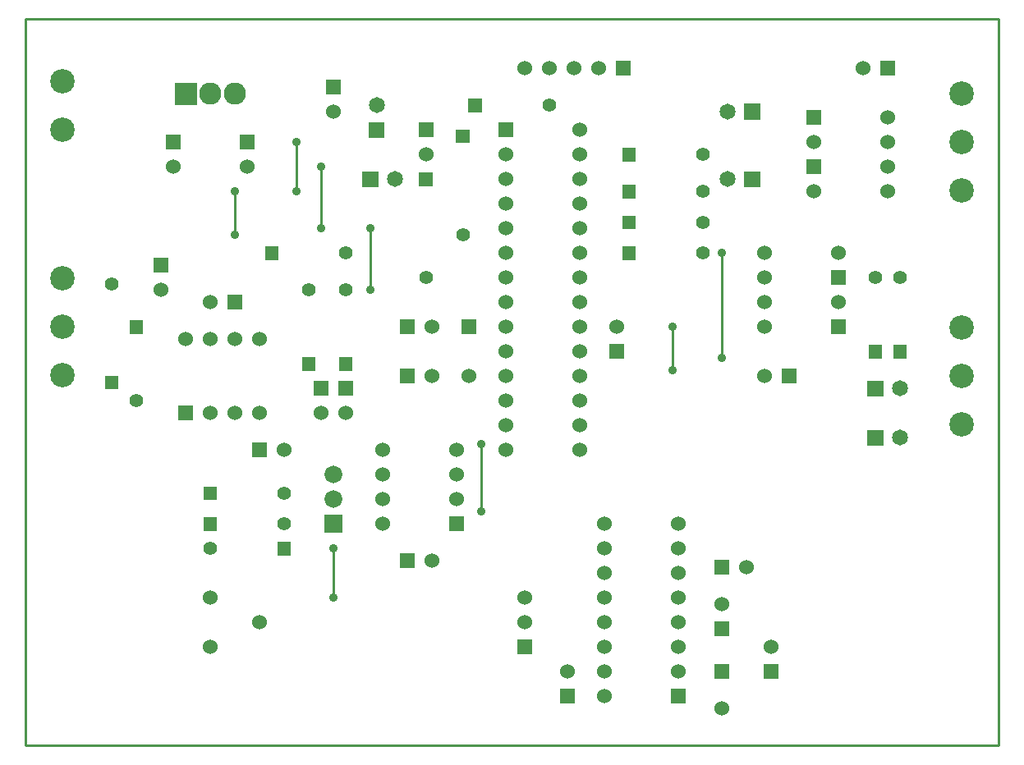
<source format=gbr>
G04 start of page 2 for group 0 idx 0 *
G04 Title: (unknown), top *
G04 Creator: pcb 20140316 *
G04 CreationDate: Ne 28. leden 2018, 18:47:39 GMT UTC *
G04 For: mario *
G04 Format: Gerber/RS-274X *
G04 PCB-Dimensions (mil): 3976.38 2992.13 *
G04 PCB-Coordinate-Origin: lower left *
%MOIN*%
%FSLAX25Y25*%
%LNTOP*%
%ADD27C,0.0420*%
%ADD26C,0.0350*%
%ADD25C,0.0300*%
%ADD24C,0.0430*%
%ADD23C,0.0280*%
%ADD22C,0.0380*%
%ADD21C,0.0484*%
%ADD20C,0.0200*%
%ADD19C,0.0360*%
%ADD18C,0.0720*%
%ADD17C,0.0900*%
%ADD16C,0.0550*%
%ADD15C,0.0650*%
%ADD14C,0.0600*%
%ADD13C,0.0001*%
%ADD12C,0.0994*%
%ADD11C,0.0100*%
G54D11*X395000Y4213D02*X375000D01*
X395000D02*Y24213D01*
Y4213D02*X0D01*
Y299213D01*
X395000D01*
Y4213D01*
X110000Y249213D02*Y229213D01*
X85000D02*Y211713D01*
X120000Y239213D02*Y214213D01*
X140000D02*Y189213D01*
X185000Y126713D02*Y99213D01*
X282500Y204213D02*Y161713D01*
X262500Y174213D02*Y156713D01*
X125000Y84213D02*Y64213D01*
G54D12*X380000Y268898D03*
Y249213D03*
G54D13*G36*
X347000Y282213D02*Y276213D01*
X353000D01*
Y282213D01*
X347000D01*
G37*
G54D14*X350000Y249213D03*
Y259213D03*
Y229213D03*
Y239213D03*
X340000Y279213D03*
G54D13*G36*
X317000Y262213D02*Y256213D01*
X323000D01*
Y262213D01*
X317000D01*
G37*
G54D14*X320000Y249213D03*
G54D13*G36*
X317000Y242213D02*Y236213D01*
X323000D01*
Y242213D01*
X317000D01*
G37*
G54D14*X320000Y229213D03*
G54D12*X380000Y229528D03*
Y173898D03*
Y154213D03*
Y134528D03*
G54D13*G36*
X341750Y152463D02*Y145963D01*
X348250D01*
Y152463D01*
X341750D01*
G37*
G54D15*X355000Y149213D03*
G54D12*X15000Y154528D03*
Y174213D03*
Y193898D03*
G54D13*G36*
X72250Y109463D02*Y103963D01*
X77750D01*
Y109463D01*
X72250D01*
G37*
G54D14*X75000Y64213D03*
Y44213D03*
G54D13*G36*
X72250Y96963D02*Y91463D01*
X77750D01*
Y96963D01*
X72250D01*
G37*
G54D16*X75000Y84213D03*
G54D12*X15000Y254213D03*
Y273898D03*
G54D13*G36*
X57000Y252213D02*Y246213D01*
X63000D01*
Y252213D01*
X57000D01*
G37*
G54D14*X60000Y239213D03*
G54D13*G36*
X87000Y252213D02*Y246213D01*
X93000D01*
Y252213D01*
X87000D01*
G37*
G54D14*X90000Y239213D03*
G54D13*G36*
X60500Y273398D02*Y264398D01*
X69500D01*
Y273398D01*
X60500D01*
G37*
G54D17*X75000Y268898D03*
X85000D03*
G54D14*Y139213D03*
G54D16*X45000Y144213D03*
G54D13*G36*
X32250Y154463D02*Y148963D01*
X37750D01*
Y154463D01*
X32250D01*
G37*
G54D14*X85000Y169213D03*
G54D13*G36*
X82000Y187213D02*Y181213D01*
X88000D01*
Y187213D01*
X82000D01*
G37*
G54D14*X75000Y184213D03*
G54D13*G36*
X62000Y142213D02*Y136213D01*
X68000D01*
Y142213D01*
X62000D01*
G37*
G54D14*X75000Y139213D03*
Y169213D03*
X65000D03*
G54D13*G36*
X42250Y176963D02*Y171463D01*
X47750D01*
Y176963D01*
X42250D01*
G37*
G36*
X52000Y202213D02*Y196213D01*
X58000D01*
Y202213D01*
X52000D01*
G37*
G54D14*X55000Y189213D03*
G54D16*X35000Y191713D03*
G54D14*X95000Y139213D03*
X130000D03*
X120000D03*
X95000Y169213D03*
G54D13*G36*
X112250Y161963D02*Y156463D01*
X117750D01*
Y161963D01*
X112250D01*
G37*
G36*
X127250D02*Y156463D01*
X132750D01*
Y161963D01*
X127250D01*
G37*
G36*
X127000Y152213D02*Y146213D01*
X133000D01*
Y152213D01*
X127000D01*
G37*
G36*
X117000D02*Y146213D01*
X123000D01*
Y152213D01*
X117000D01*
G37*
G36*
X97250Y206963D02*Y201463D01*
X102750D01*
Y206963D01*
X97250D01*
G37*
G54D16*X130000Y204213D03*
X115000Y189213D03*
X130000D03*
G54D13*G36*
X92000Y127213D02*Y121213D01*
X98000D01*
Y127213D01*
X92000D01*
G37*
G54D14*X95000Y54213D03*
X105000Y124213D03*
G54D16*Y106713D03*
G54D13*G36*
X121400Y97813D02*Y90613D01*
X128600D01*
Y97813D01*
X121400D01*
G37*
G54D18*X125000Y104213D03*
Y114213D03*
G54D16*X105000Y94213D03*
G54D13*G36*
X102250Y86963D02*Y81463D01*
X107750D01*
Y86963D01*
X102250D01*
G37*
G36*
X152000Y82213D02*Y76213D01*
X158000D01*
Y82213D01*
X152000D01*
G37*
G54D14*X145000Y114213D03*
Y104213D03*
Y94213D03*
X165000Y79213D03*
Y154213D03*
G54D13*G36*
X172000Y97213D02*Y91213D01*
X178000D01*
Y97213D01*
X172000D01*
G37*
G54D14*X175000Y104213D03*
Y114213D03*
Y124213D03*
X145000D03*
G54D13*G36*
X152000Y157213D02*Y151213D01*
X158000D01*
Y157213D01*
X152000D01*
G37*
G36*
Y177213D02*Y171213D01*
X158000D01*
Y177213D01*
X152000D01*
G37*
G54D14*X165000Y174213D03*
G54D16*X162500Y194213D03*
G54D13*G36*
X177000Y177213D02*Y171213D01*
X183000D01*
Y177213D01*
X177000D01*
G37*
G54D14*X180000Y154213D03*
G54D13*G36*
X262000Y27213D02*Y21213D01*
X268000D01*
Y27213D01*
X262000D01*
G37*
G54D14*X265000Y34213D03*
Y44213D03*
X220000Y34213D03*
G54D13*G36*
X299500Y37213D02*Y31213D01*
X305500D01*
Y37213D01*
X299500D01*
G37*
G54D14*X302500Y44213D03*
G54D13*G36*
X279500Y37213D02*Y31213D01*
X285500D01*
Y37213D01*
X279500D01*
G37*
G54D14*X265000Y54213D03*
G54D13*G36*
X279500Y54713D02*Y48713D01*
X285500D01*
Y54713D01*
X279500D01*
G37*
G54D14*X282500Y61713D03*
Y19213D03*
X265000Y64213D03*
X235000D03*
X265000Y74213D03*
X235000D03*
X265000Y84213D03*
X235000D03*
X265000Y94213D03*
X235000D03*
G54D13*G36*
X279500Y79713D02*Y73713D01*
X285500D01*
Y79713D01*
X279500D01*
G37*
G54D14*X292500Y76713D03*
X235000Y54213D03*
Y44213D03*
Y34213D03*
Y24213D03*
G54D13*G36*
X199500Y47213D02*Y41213D01*
X205500D01*
Y47213D01*
X199500D01*
G37*
G54D14*X202500Y54213D03*
Y64213D03*
G54D13*G36*
X217000Y27213D02*Y21213D01*
X223000D01*
Y27213D01*
X217000D01*
G37*
G36*
X242250Y206963D02*Y201463D01*
X247750D01*
Y206963D01*
X242250D01*
G37*
G54D16*X275000Y204213D03*
Y216713D03*
Y229213D03*
G54D13*G36*
X242250Y219463D02*Y213963D01*
X247750D01*
Y219463D01*
X242250D01*
G37*
G36*
Y231963D02*Y226463D01*
X247750D01*
Y231963D01*
X242250D01*
G37*
G54D16*X275000Y244213D03*
G54D13*G36*
X291750Y237463D02*Y230963D01*
X298250D01*
Y237463D01*
X291750D01*
G37*
G54D15*X285000Y234213D03*
G54D13*G36*
X291750Y264963D02*Y258463D01*
X298250D01*
Y264963D01*
X291750D01*
G37*
G54D15*X285000Y261713D03*
G54D13*G36*
X307000Y157213D02*Y151213D01*
X313000D01*
Y157213D01*
X307000D01*
G37*
G54D14*X300000Y154213D03*
Y184213D03*
Y174213D03*
Y204213D03*
Y194213D03*
G54D13*G36*
X327000Y177213D02*Y171213D01*
X333000D01*
Y177213D01*
X327000D01*
G37*
G54D14*X330000Y184213D03*
G54D13*G36*
X327000Y197213D02*Y191213D01*
X333000D01*
Y197213D01*
X327000D01*
G37*
G54D14*X330000Y204213D03*
G54D13*G36*
X352250Y166963D02*Y161463D01*
X357750D01*
Y166963D01*
X352250D01*
G37*
G54D16*X355000Y194213D03*
G54D13*G36*
X342250Y166963D02*Y161463D01*
X347750D01*
Y166963D01*
X342250D01*
G37*
G54D16*X345000Y194213D03*
G54D13*G36*
X341750Y132463D02*Y125963D01*
X348250D01*
Y132463D01*
X341750D01*
G37*
G54D15*X355000Y129213D03*
G54D13*G36*
X122000Y274713D02*Y268713D01*
X128000D01*
Y274713D01*
X122000D01*
G37*
G54D14*X125000Y261713D03*
G54D13*G36*
X139250Y257463D02*Y250963D01*
X145750D01*
Y257463D01*
X139250D01*
G37*
G54D15*X142500Y264213D03*
G54D14*X195000Y234213D03*
Y224213D03*
Y214213D03*
Y204213D03*
Y194213D03*
Y184213D03*
X225000Y194213D03*
Y204213D03*
Y214213D03*
Y224213D03*
G54D16*X177500Y211713D03*
G54D14*X195000Y174213D03*
Y164213D03*
Y154213D03*
Y144213D03*
Y134213D03*
Y124213D03*
X225000D03*
Y134213D03*
Y144213D03*
Y154213D03*
Y164213D03*
Y174213D03*
Y184213D03*
G54D13*G36*
X237000Y167213D02*Y161213D01*
X243000D01*
Y167213D01*
X237000D01*
G37*
G54D14*X240000Y174213D03*
X225000Y234213D03*
Y244213D03*
Y254213D03*
X212500Y279213D03*
X202500D03*
G54D16*X212500Y264213D03*
G54D13*G36*
X239500Y282213D02*Y276213D01*
X245500D01*
Y282213D01*
X239500D01*
G37*
G54D14*X232500Y279213D03*
X222500D03*
G54D13*G36*
X242250Y246963D02*Y241463D01*
X247750D01*
Y246963D01*
X242250D01*
G37*
G36*
X136750Y237463D02*Y230963D01*
X143250D01*
Y237463D01*
X136750D01*
G37*
G54D15*X150000Y234213D03*
G54D13*G36*
X179750Y266963D02*Y261463D01*
X185250D01*
Y266963D01*
X179750D01*
G37*
G36*
X159750Y236963D02*Y231463D01*
X165250D01*
Y236963D01*
X159750D01*
G37*
G36*
X192000Y257213D02*Y251213D01*
X198000D01*
Y257213D01*
X192000D01*
G37*
G54D14*X195000Y244213D03*
G54D13*G36*
X174750Y254463D02*Y248963D01*
X180250D01*
Y254463D01*
X174750D01*
G37*
G36*
X159500Y257213D02*Y251213D01*
X165500D01*
Y257213D01*
X159500D01*
G37*
G54D14*X162500Y244213D03*
G54D19*X110000Y249213D03*
Y229213D03*
X85000Y211713D03*
Y229213D03*
X185000Y126713D03*
Y99213D03*
X282500Y204213D03*
Y161713D03*
X262500Y174213D03*
Y156713D03*
X120000Y239213D03*
Y214213D03*
X125000Y84213D03*
Y64213D03*
X140000Y214213D03*
Y189213D03*
G54D20*G54D21*G54D22*G54D23*G54D22*G54D23*G54D21*G54D24*G54D21*G54D25*G54D26*G54D25*G54D21*G54D25*G54D14*G54D23*G54D25*G54D23*G54D25*G54D23*G54D25*G54D22*G54D25*G54D23*G54D22*G54D23*G54D25*G54D22*G54D25*G54D26*G54D25*G54D27*G54D25*G54D23*G54D25*G54D23*G54D25*G54D23*G54D25*G54D23*G54D25*G54D23*G54D25*G54D23*G54D22*G54D25*G54D24*G54D22*G54D23*G54D25*G54D24*G54D22*G54D24*G54D23*G54D25*G54D23*G54D25*G54D23*G54D22*G54D25*G54D22*G54D25*G54D24*G54D25*G54D23*G54D25*M02*

</source>
